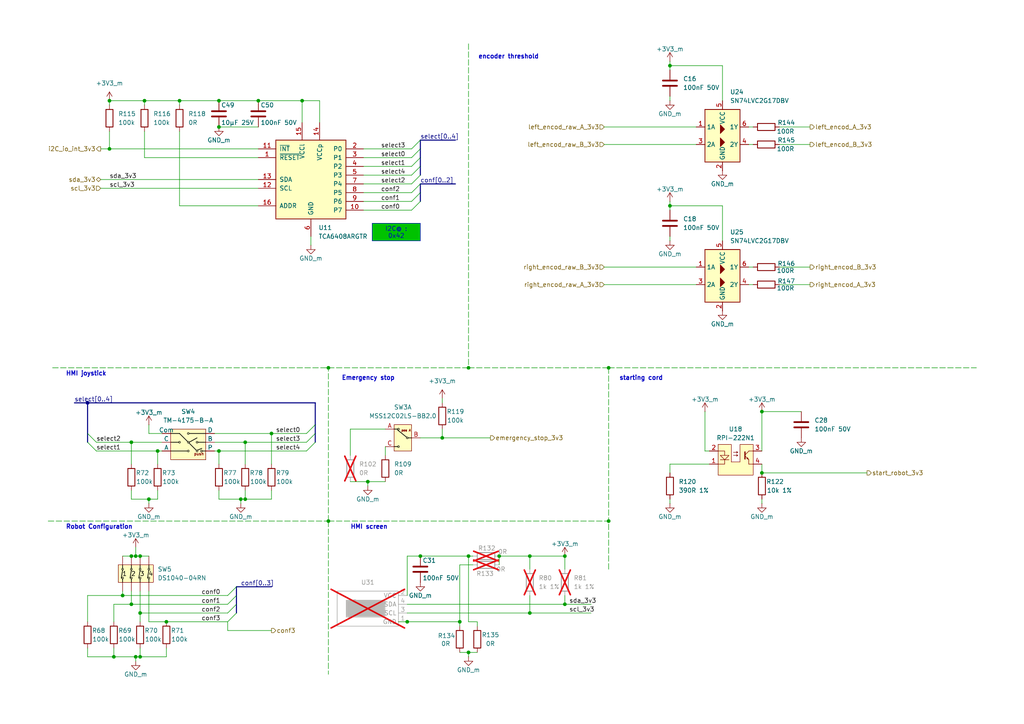
<source format=kicad_sch>
(kicad_sch (version 20231120) (generator "eeschema") (generator_version "8.0")
  (paper "A4")
  (lib_symbols
    (symbol "cocotter_capacitors:C_100nF_50V_0603" (pin_numbers hide) (pin_names (offset 0.254))
      (property "Reference" "C" (at 0.635 2.54 0))
      (property "Value" "100nF 50V" (at 0.635 -2.54 0))
      (symbol "C_100nF_50V_0603_1_1"
        (pin passive line (at 0 3.81 270) (length 2.794) (name "~") (number "1"))
        (pin passive line (at 0 -3.81 90) (length 2.794) (name "~") (number "2"))
      )
    )
    (symbol "cocotter_capacitors:C_10µF_25V_0805_X5R" (pin_numbers hide) (pin_names (offset 0.254))
      (property "Reference" "C" (at 0.635 2.54 0))
      (property "Value" "10µF 25V" (at 0.635 -2.54 0))
      (symbol "C_10µF_25V_0805_X5R_1_1"
        (pin passive line (at 0 3.81 270) (length 2.794) (name "~") (number "1"))
        (pin passive line (at 0 -3.81 90) (length 2.794) (name "~") (number "2"))
      )
    )
    (symbol "cocotter_connectors:DS1040-04RN" (pin_numbers hide) (pin_names (offset 0) hide)
      (property "Reference" "SW" (at 8.89 2.54 0))
      (property "Value" "DS1040-04RN" (at 12.7 -3.81 0))
      (symbol "DS1040-04RN_1_1"
        (text "1" (at -1.9568 -0.018 0) (effects (font (size 1.27 1.27))))
        (text "2" (at 0.5832 -0.018 0) (effects (font (size 1.27 1.27))))
        (text "3" (at 3.1232 -0.018 0) (effects (font (size 1.27 1.27))))
        (text "4" (at 5.6632 -0.018 0) (effects (font (size 1.27 1.27))))
        (pin passive line (at -2.54 -5.08 90) (length 2.54) (name "1") (number "1"))
        (pin passive line (at 0 -5.08 90) (length 2.54) (name "2") (number "2"))
        (pin passive line (at 2.54 -5.08 90) (length 2.54) (name "3") (number "3"))
        (pin passive line (at 5.08 -5.08 90) (length 2.54) (name "4") (number "4"))
        (pin passive line (at 5.08 5.08 270) (length 2.54) (name "5") (number "5"))
        (pin passive line (at 2.54 5.08 270) (length 2.54) (name "6") (number "6"))
        (pin passive line (at 0 5.08 270) (length 2.54) (name "7") (number "7"))
        (pin passive line (at -2.54 5.08 270) (length 2.54) (name "8") (number "8"))
      )
    )
    (symbol "cocotter_connectors:MSS12C02LS-BB2.0" (pin_names hide)
      (property "Reference" "SW" (at 0 4.572 0))
      (property "Value" "MSS12C02LS-BB2.0" (at 2.54 -5.08 0))
      (symbol "MSS12C02LS-BB2.0_0_1"
        (text "pos A" (at 0.9192 2.1909 0) (effects (font (size 0.635 0.635) (italic yes))))
      )
      (symbol "MSS12C02LS-BB2.0_1_1"
        (pin passive line (at -5.08 2.54 0) (length 2.54) (name "") (number "A"))
        (pin passive line (at 5.08 0 180) (length 2.54) (name "") (number "B"))
        (pin passive line (at -5.08 -2.54 0) (length 2.54) (name "") (number "C"))
      )
      (symbol "MSS12C02LS-BB2.0_2_1"
        (pin passive line (at -5.08 2.54 0) (length 2.54) (name "") (number "D"))
        (pin passive line (at 5.08 0 180) (length 2.54) (name "") (number "E"))
        (pin passive line (at -5.08 -2.54 0) (length 2.54) (name "") (number "F"))
      )
    )
    (symbol "cocotter_connectors:TM-4175-B-A" (pin_numbers hide) (pin_names (offset 0))
      (property "Reference" "SW" (at -8.89 9.906 0))
      (property "Value" "TM-4175-B-A" (at -4.572 -1.27 0))
      (symbol "TM-4175-B-A_1_1"
        (text "push" (at -8.1634 1.7128 0) (effects (font (size 0.8 0.8))))
        (pin passive line (at 2.54 2.54 180) (length 2.54) (name "A") (number "1"))
        (pin passive line (at -12.7 2.54 0) (length 2.54) (name "P") (number "2"))
        (pin passive line (at 2.54 5.08 180) (length 2.54) (name "C") (number "3"))
        (pin passive line (at -12.7 5.08 0) (length 2.54) (name "B") (number "4"))
        (pin passive line (at 2.54 7.62 180) (length 2.54) (name "Com") (number "5"))
        (pin passive line (at -12.7 7.62 0) (length 2.54) (name "D") (number "6"))
      )
    )
    (symbol "cocotter_ic:OLED_0.96inch"
      (property "Reference" "U" (at 7.62 6.35 0))
      (symbol "OLED_0.96inch_0_0"
        (text_box "0.96\"\n128x64 pixels" (at -6.35 2.54 0) (size 11.43 -5.08) (stroke (width -0.0001)) (fill (type color) (color 0 0 255 1)) (effects (font (size 0.9 0.9))))
      )
      (symbol "OLED_0.96inch_1_1"
        (pin passive line (at 11.43 -3.81 180) (length 2.54) (name "GND") (number "1"))
        (pin input line (at 11.43 3.81 180) (length 2.54) (name "VCC") (number "2"))
        (pin input line (at 11.43 -1.27 180) (length 2.54) (name "SCL") (number "3"))
        (pin bidirectional line (at 11.43 1.27 180) (length 2.54) (name "SDA") (number "4"))
      )
    )
    (symbol "cocotter_ic:RPI-222N1" (pin_names hide)
      (property "Reference" "U" (at -3.81 4.445 0))
      (property "Value" "RPI-222N1" (at 0.254 -6.858 0))
      (symbol "RPI-222N1_1_1"
        (pin free line (at -7.62 -2.54 0) (length 2.54) (name "C") (number "1"))
        (pin input line (at -7.62 1.27 0) (length 2.54) (name "A") (number "2"))
        (pin power_in line (at 7.62 1.27 180) (length 2.54) (name "C") (number "3"))
        (pin open_emitter line (at 7.62 -2.54 180) (length 2.54) (name "E") (number "4"))
      )
    )
    (symbol "cocotter_ic:SN74LVC2G17DBV"
      (property "Reference" "U" (at 2.032 8.636 0))
      (property "Value" "SN74LVC2G17DBV" (at 1.27 -6.096 0))
      (symbol "SN74LVC2G17DBV_1_1"
        (pin input line (at -7.62 2.54 0) (length 2.54) (name "1A") (number "1"))
        (pin passive line (at 0 -10.16 90) (length 2.54) (name "GND") (number "2"))
        (pin input line (at -7.62 -2.54 0) (length 2.54) (name "2A") (number "3"))
        (pin bidirectional line (at 7.62 -2.54 180) (length 2.54) (name "2Y") (number "4"))
        (pin power_in line (at 0 10.16 270) (length 2.54) (name "VCC") (number "5"))
        (pin bidirectional line (at 7.62 2.54 180) (length 2.54) (name "1Y") (number "6"))
      )
    )
    (symbol "cocotter_ic:TCA6408ARGTR" (pin_names (offset 1.016))
      (property "Reference" "U" (at 5.08 13.97 0))
      (property "Value" "TCA6408ARGTR" (at 11.43 -11.43 0))
      (symbol "TCA6408ARGTR_1_1"
        (pin input line (at -15.24 7.62 0) (length 5.08) (name "~{RESET}") (number "1"))
        (pin bidirectional line (at 15.24 -7.62 180) (length 5.08) (name "P7") (number "10"))
        (pin open_collector line (at -15.24 10.16 0) (length 5.08) (name "~{INT}") (number "11"))
        (pin input line (at -15.24 -1.27 0) (length 5.08) (name "SCL") (number "12"))
        (pin bidirectional line (at -15.24 1.27 0) (length 5.08) (name "SDA") (number "13"))
        (pin power_in line (at 2.54 17.78 270) (length 5.08) (name "VCCp") (number "14"))
        (pin input line (at -2.54 17.78 270) (length 5.08) (name "VCCl") (number "15"))
        (pin input line (at -15.24 -6.35 0) (length 5.08) (name "ADDR") (number "16"))
        (pin bidirectional line (at 15.24 10.16 180) (length 5.08) (name "P0") (number "2"))
        (pin bidirectional line (at 15.24 7.62 180) (length 5.08) (name "P1") (number "3"))
        (pin bidirectional line (at 15.24 5.08 180) (length 5.08) (name "P2") (number "4"))
        (pin bidirectional line (at 15.24 2.54 180) (length 5.08) (name "P3") (number "5"))
        (pin power_in line (at 0 -15.24 90) (length 5.08) (name "GND") (number "6"))
        (pin bidirectional line (at 15.24 0 180) (length 5.08) (name "P4") (number "7"))
        (pin bidirectional line (at 15.24 -2.54 180) (length 5.08) (name "P5") (number "8"))
        (pin bidirectional line (at 15.24 -5.08 180) (length 5.08) (name "P6") (number "9"))
      )
    )
    (symbol "cocotter_resistors:R_0R_0603" (pin_numbers hide) (pin_names (offset 0))
      (property "Reference" "R" (at 1.27 1.27 0))
      (property "Value" "0R" (at 3.81 -1.27 0))
      (symbol "R_0R_0603_1_1"
        (pin passive line (at 0 3.81 270) (length 1.27) (name "~") (number "1"))
        (pin passive line (at 0 -3.81 90) (length 1.27) (name "~") (number "2"))
      )
    )
    (symbol "cocotter_resistors:R_100R_0603_1%" (pin_numbers hide) (pin_names (offset 0))
      (property "Reference" "R" (at 1.27 1.27 0))
      (property "Value" "100R" (at 3.81 -1.27 0))
      (symbol "R_100R_0603_1%_1_1"
        (pin passive line (at 0 3.81 270) (length 1.27) (name "~") (number "1"))
        (pin passive line (at 0 -3.81 90) (length 1.27) (name "~") (number "2"))
      )
    )
    (symbol "cocotter_resistors:R_100k_0603_1%" (pin_numbers hide) (pin_names (offset 0))
      (property "Reference" "R" (at 1.27 1.27 0))
      (property "Value" "100k" (at 3.81 -1.27 0))
      (symbol "R_100k_0603_1%_1_1"
        (pin passive line (at 0 3.81 270) (length 1.27) (name "~") (number "1"))
        (pin passive line (at 0 -3.81 90) (length 1.27) (name "~") (number "2"))
      )
    )
    (symbol "cocotter_resistors:R_10k_0603_1%" (pin_numbers hide) (pin_names (offset 0))
      (property "Reference" "R" (at 1.27 1.27 0))
      (property "Value" "10k 1%" (at 3.81 -1.27 0))
      (symbol "R_10k_0603_1%_1_1"
        (pin passive line (at 0 3.81 270) (length 1.27) (name "~") (number "1"))
        (pin passive line (at 0 -3.81 90) (length 1.27) (name "~") (number "2"))
      )
    )
    (symbol "cocotter_resistors:R_1k_0603_1%" (pin_numbers hide) (pin_names (offset 0))
      (property "Reference" "R" (at 1.27 1.27 0))
      (property "Value" "1k 1%" (at 3.81 -1.27 0))
      (symbol "R_1k_0603_1%_1_1"
        (pin passive line (at 0 3.81 270) (length 1.27) (name "~") (number "1"))
        (pin passive line (at 0 -3.81 90) (length 1.27) (name "~") (number "2"))
      )
    )
    (symbol "cocotter_resistors:R_390R_0603_1%" (pin_numbers hide) (pin_names (offset 0))
      (property "Reference" "R" (at 1.27 1.27 0))
      (property "Value" "390R 1%" (at 5.08 -1.27 0))
      (symbol "R_390R_0603_1%_1_1"
        (pin passive line (at 0 3.81 270) (length 1.27) (name "~") (number "1"))
        (pin passive line (at 0 -3.81 90) (length 1.27) (name "~") (number "2"))
      )
    )
    (symbol "pmi_2023_specific:+3V3_m" (power) (pin_numbers hide) (pin_names (offset 0) hide)
      (property "Value" "+3V3_m" (at 0 3.556 0))
      (symbol "+3V3_m_1_1"
        (pin power_in line (at 0 0 90) (length 0) (name "~") (number "1"))
      )
    )
    (symbol "pmi_2023_specific:GND_m" (power) (pin_numbers hide) (pin_names (offset 0) hide)
      (property "Value" "GND_m" (at 0 -3.81 0))
      (symbol "GND_m_1_1"
        (pin power_in line (at 0 0 270) (length 0) (name "~") (number "1"))
      )
    )
  )
  (junction (at 153.67 161.29))
  (junction (at 43.18 144.78))
  (junction (at 176.53 151.13))
  (junction (at 38.1 175.26))
  (junction (at 71.12 128.27))
  (junction (at 63.5 130.81))
  (junction (at 194.31 19.05))
  (junction (at 63.5 36.83))
  (junction (at 163.83 161.29))
  (junction (at 118.11 180.34))
  (junction (at 78.74 125.73))
  (junction (at 153.67 177.8))
  (junction (at 121.92 161.29))
  (junction (at 71.12 144.78))
  (junction (at 163.83 175.26))
  (junction (at 35.56 172.72))
  (junction (at 38.1 161.29))
  (junction (at 25.4 116.84))
  (junction (at 38.1 128.27))
  (junction (at 63.5 29.21))
  (junction (at 135.89 161.29))
  (junction (at 39.37 161.29))
  (junction (at 95.25 106.68))
  (junction (at 40.64 177.8))
  (junction (at 31.75 29.21))
  (junction (at 220.98 137.16))
  (junction (at 87.63 29.21))
  (junction (at 31.75 43.18))
  (junction (at 69.85 144.78))
  (junction (at 220.98 119.38))
  (junction (at 128.27 127))
  (junction (at 33.02 190.5))
  (junction (at 135.89 189.23))
  (junction (at 133.35 180.34))
  (junction (at 176.53 106.68))
  (junction (at 45.72 130.81))
  (junction (at 52.07 29.21))
  (junction (at 194.31 59.69))
  (junction (at 74.93 29.21))
  (junction (at 48.26 180.34))
  (junction (at 40.64 161.29))
  (junction (at 135.89 106.68))
  (junction (at 106.68 139.7))
  (junction (at 144.78 161.29))
  (junction (at 39.37 190.5))
  (junction (at 95.25 151.13))
  (junction (at 40.64 190.5))
  (junction (at 41.91 29.21))
  (bus_entry (at 68.58 177.8) (size -2.54 2.54))
  (bus_entry (at 88.9 128.27) (size 2.54 -2.54))
  (bus_entry (at 121.92 50.8) (size -2.54 2.54))
  (bus_entry (at 25.4 128.27) (size 2.54 2.54))
  (bus_entry (at 121.92 58.42) (size -2.54 2.54))
  (bus_entry (at 121.92 53.34) (size -2.54 2.54))
  (bus_entry (at 68.58 170.18) (size -2.54 2.54))
  (bus_entry (at 121.92 48.26) (size -2.54 2.54))
  (bus_entry (at 68.58 172.72) (size -2.54 2.54))
  (bus_entry (at 88.9 125.73) (size 2.54 -2.54))
  (bus_entry (at 25.4 125.73) (size 2.54 2.54))
  (bus_entry (at 121.92 43.18) (size -2.54 2.54))
  (bus_entry (at 121.92 40.64) (size -2.54 2.54))
  (bus_entry (at 88.9 130.81) (size 2.54 -2.54))
  (bus_entry (at 121.92 45.72) (size -2.54 2.54))
  (bus_entry (at 68.58 175.26) (size -2.54 2.54))
  (bus_entry (at 121.92 55.88) (size -2.54 2.54))
  (wire (pts (xy 135.89 12.7) (xy 135.89 106.68)) (stroke (width 0) (type dash)))
  (wire (pts (xy 52.07 29.21) (xy 63.5 29.21)))
  (bus (pts (xy 21.59 116.84) (xy 25.4 116.84)))
  (wire (pts (xy 74.93 29.21) (xy 63.5 29.21)))
  (wire (pts (xy 133.35 163.83) (xy 133.35 180.34)))
  (wire (pts (xy 105.41 55.88) (xy 119.38 55.88)))
  (wire (pts (xy 39.37 191.77) (xy 39.37 190.5)))
  (bus (pts (xy 121.92 55.88) (xy 121.92 58.42)))
  (wire (pts (xy 25.4 172.72) (xy 35.56 172.72)))
  (wire (pts (xy 29.21 52.07) (xy 74.93 52.07)))
  (wire (pts (xy 71.12 142.24) (xy 71.12 144.78)))
  (wire (pts (xy 133.35 180.34) (xy 133.35 181.61)))
  (wire (pts (xy 105.41 60.96) (xy 119.38 60.96)))
  (bus (pts (xy 25.4 125.73) (xy 25.4 116.84)))
  (wire (pts (xy 105.41 48.26) (xy 119.38 48.26)))
  (wire (pts (xy 111.76 124.46) (xy 101.6 124.46)))
  (wire (pts (xy 135.89 106.68) (xy 176.53 106.68)) (stroke (width 0) (type dash)))
  (wire (pts (xy 121.92 161.29) (xy 135.89 161.29)))
  (wire (pts (xy 62.23 128.27) (xy 71.12 128.27)))
  (wire (pts (xy 118.11 175.26) (xy 163.83 175.26)))
  (wire (pts (xy 33.02 175.26) (xy 33.02 180.34)))
  (wire (pts (xy 105.41 53.34) (xy 119.38 53.34)))
  (wire (pts (xy 31.75 29.21) (xy 41.91 29.21)))
  (wire (pts (xy 27.94 130.81) (xy 45.72 130.81)))
  (wire (pts (xy 78.74 144.78) (xy 78.74 142.24)))
  (wire (pts (xy 226.06 41.91) (xy 234.95 41.91)))
  (wire (pts (xy 40.64 177.8) (xy 66.04 177.8)))
  (wire (pts (xy 92.71 29.21) (xy 87.63 29.21)))
  (wire (pts (xy 40.64 171.45) (xy 40.64 177.8)))
  (wire (pts (xy 43.18 123.19) (xy 43.18 125.73)))
  (wire (pts (xy 138.43 180.34) (xy 138.43 181.61)))
  (wire (pts (xy 194.31 17.78) (xy 194.31 19.05)))
  (wire (pts (xy 209.55 19.05) (xy 194.31 19.05)))
  (wire (pts (xy 176.53 165.1) (xy 176.53 151.13)) (stroke (width 0) (type dash)))
  (wire (pts (xy 74.93 29.21) (xy 87.63 29.21)))
  (wire (pts (xy 135.89 189.23) (xy 135.89 190.5)))
  (wire (pts (xy 69.85 146.05) (xy 69.85 144.78)))
  (wire (pts (xy 115.57 180.34) (xy 118.11 180.34)))
  (wire (pts (xy 62.23 130.81) (xy 63.5 130.81)))
  (wire (pts (xy 144.78 161.29) (xy 153.67 161.29)))
  (bus (pts (xy 121.92 40.64) (xy 132.08 40.64)))
  (wire (pts (xy 209.55 59.69) (xy 209.55 69.85)))
  (wire (pts (xy 194.31 134.62) (xy 194.31 137.16)))
  (wire (pts (xy 69.85 144.78) (xy 71.12 144.78)))
  (wire (pts (xy 204.47 130.81) (xy 205.74 130.81)))
  (wire (pts (xy 38.1 128.27) (xy 46.99 128.27)))
  (wire (pts (xy 95.25 151.13) (xy 95.25 195.58)) (stroke (width 0) (type dash)))
  (wire (pts (xy 38.1 142.24) (xy 38.1 144.78)))
  (wire (pts (xy 31.75 43.18) (xy 74.93 43.18)))
  (wire (pts (xy 48.26 180.34) (xy 66.04 180.34)))
  (wire (pts (xy 41.91 45.72) (xy 74.93 45.72)))
  (wire (pts (xy 101.6 124.46) (xy 101.6 132.08)))
  (wire (pts (xy 43.18 146.05) (xy 43.18 144.78)))
  (wire (pts (xy 31.75 29.21) (xy 31.75 30.48)))
  (wire (pts (xy 48.26 180.34) (xy 43.18 180.34)))
  (bus (pts (xy 121.92 53.34) (xy 132.08 53.34)))
  (wire (pts (xy 220.98 137.16) (xy 251.46 137.16)))
  (wire (pts (xy 106.68 139.7) (xy 111.76 139.7)))
  (wire (pts (xy 66.04 180.34) (xy 66.04 182.88)))
  (wire (pts (xy 106.68 139.7) (xy 106.68 140.97)))
  (wire (pts (xy 25.4 187.96) (xy 25.4 190.5)))
  (wire (pts (xy 118.11 161.29) (xy 121.92 161.29)))
  (wire (pts (xy 217.17 36.83) (xy 218.44 36.83)))
  (wire (pts (xy 135.89 180.34) (xy 138.43 180.34)))
  (wire (pts (xy 209.55 59.69) (xy 194.31 59.69)))
  (wire (pts (xy 15.24 106.68) (xy 95.25 106.68)) (stroke (width 0) (type dash)))
  (wire (pts (xy 63.5 36.83) (xy 74.93 36.83)))
  (wire (pts (xy 133.35 163.83) (xy 137.16 163.83)))
  (wire (pts (xy 52.07 38.1) (xy 52.07 59.69)))
  (wire (pts (xy 111.76 132.08) (xy 111.76 129.54)))
  (wire (pts (xy 35.56 172.72) (xy 66.04 172.72)))
  (bus (pts (xy 91.44 125.73) (xy 91.44 128.27)))
  (wire (pts (xy 63.5 130.81) (xy 63.5 134.62)))
  (wire (pts (xy 135.89 161.29) (xy 137.16 161.29)))
  (wire (pts (xy 220.98 119.38) (xy 220.98 130.81)))
  (wire (pts (xy 40.64 177.8) (xy 40.64 180.34)))
  (wire (pts (xy 40.64 187.96) (xy 40.64 190.5)))
  (wire (pts (xy 40.64 161.29) (xy 43.18 161.29)))
  (wire (pts (xy 39.37 161.29) (xy 40.64 161.29)))
  (wire (pts (xy 63.5 130.81) (xy 88.9 130.81)))
  (wire (pts (xy 118.11 177.8) (xy 153.67 177.8)))
  (wire (pts (xy 48.26 190.5) (xy 40.64 190.5)))
  (wire (pts (xy 13.97 151.13) (xy 95.25 151.13)) (stroke (width 0) (type dash)))
  (wire (pts (xy 41.91 29.21) (xy 52.07 29.21)))
  (wire (pts (xy 31.75 38.1) (xy 31.75 43.18)))
  (wire (pts (xy 45.72 130.81) (xy 45.72 134.62)))
  (wire (pts (xy 194.31 134.62) (xy 205.74 134.62)))
  (wire (pts (xy 38.1 171.45) (xy 38.1 175.26)))
  (wire (pts (xy 133.35 189.23) (xy 135.89 189.23)))
  (bus (pts (xy 25.4 116.84) (xy 91.44 116.84)))
  (wire (pts (xy 87.63 29.21) (xy 87.63 35.56)))
  (wire (pts (xy 118.11 180.34) (xy 133.35 180.34)))
  (wire (pts (xy 144.78 161.29) (xy 144.78 163.83)))
  (wire (pts (xy 95.25 151.13) (xy 176.53 151.13)) (stroke (width 0) (type dash)))
  (wire (pts (xy 38.1 128.27) (xy 38.1 134.62)))
  (wire (pts (xy 226.06 82.55) (xy 234.95 82.55)))
  (wire (pts (xy 27.94 128.27) (xy 38.1 128.27)))
  (wire (pts (xy 128.27 115.57) (xy 128.27 116.84)))
  (wire (pts (xy 33.02 190.5) (xy 39.37 190.5)))
  (wire (pts (xy 105.41 43.18) (xy 119.38 43.18)))
  (wire (pts (xy 90.17 71.12) (xy 90.17 68.58)))
  (wire (pts (xy 62.23 125.73) (xy 78.74 125.73)))
  (wire (pts (xy 38.1 175.26) (xy 66.04 175.26)))
  (wire (pts (xy 121.92 127) (xy 128.27 127)))
  (bus (pts (xy 25.4 128.27) (xy 25.4 125.73)))
  (wire (pts (xy 78.74 125.73) (xy 78.74 134.62)))
  (wire (pts (xy 217.17 77.47) (xy 218.44 77.47)))
  (wire (pts (xy 163.83 165.1) (xy 163.83 161.29)))
  (wire (pts (xy 38.1 144.78) (xy 43.18 144.78)))
  (wire (pts (xy 217.17 82.55) (xy 218.44 82.55)))
  (wire (pts (xy 153.67 172.72) (xy 153.67 177.8)))
  (wire (pts (xy 220.98 119.38) (xy 232.41 119.38)))
  (wire (pts (xy 78.74 182.88) (xy 66.04 182.88)))
  (wire (pts (xy 52.07 59.69) (xy 74.93 59.69)))
  (wire (pts (xy 33.02 187.96) (xy 33.02 190.5)))
  (wire (pts (xy 204.47 119.38) (xy 204.47 130.81)))
  (wire (pts (xy 45.72 142.24) (xy 45.72 144.78)))
  (wire (pts (xy 175.26 82.55) (xy 201.93 82.55)))
  (wire (pts (xy 33.02 175.26) (xy 38.1 175.26)))
  (wire (pts (xy 118.11 172.72) (xy 118.11 161.29)))
  (wire (pts (xy 25.4 172.72) (xy 25.4 180.34)))
  (wire (pts (xy 194.31 59.69) (xy 194.31 60.96)))
  (wire (pts (xy 43.18 125.73) (xy 46.99 125.73)))
  (wire (pts (xy 209.55 19.05) (xy 209.55 29.21)))
  (wire (pts (xy 71.12 128.27) (xy 71.12 134.62)))
  (bus (pts (xy 121.92 40.64) (xy 121.92 43.18)))
  (wire (pts (xy 105.41 50.8) (xy 119.38 50.8)))
  (bus (pts (xy 121.92 53.34) (xy 121.92 55.88)))
  (wire (pts (xy 105.41 45.72) (xy 119.38 45.72)))
  (bus (pts (xy 68.58 170.18) (xy 78.74 170.18)))
  (wire (pts (xy 46.99 130.81) (xy 45.72 130.81)))
  (wire (pts (xy 226.06 77.47) (xy 234.95 77.47)))
  (wire (pts (xy 38.1 161.29) (xy 39.37 161.29)))
  (wire (pts (xy 194.31 29.21) (xy 194.31 27.94)))
  (wire (pts (xy 163.83 172.72) (xy 163.83 175.26)))
  (wire (pts (xy 194.31 69.85) (xy 194.31 68.58)))
  (wire (pts (xy 176.53 106.68) (xy 283.21 106.68)) (stroke (width 0) (type dash)))
  (bus (pts (xy 91.44 116.84) (xy 91.44 123.19)))
  (wire (pts (xy 35.56 161.29) (xy 38.1 161.29)))
  (wire (pts (xy 220.98 144.78) (xy 220.98 146.05)))
  (wire (pts (xy 194.31 19.05) (xy 194.31 20.32)))
  (wire (pts (xy 153.67 165.1) (xy 153.67 161.29)))
  (bus (pts (xy 68.58 170.18) (xy 68.58 172.72)))
  (wire (pts (xy 29.21 54.61) (xy 74.93 54.61)))
  (wire (pts (xy 175.26 77.47) (xy 201.93 77.47)))
  (wire (pts (xy 63.5 144.78) (xy 69.85 144.78)))
  (wire (pts (xy 135.89 180.34) (xy 135.89 161.29)))
  (wire (pts (xy 48.26 187.96) (xy 48.26 190.5)))
  (wire (pts (xy 41.91 38.1) (xy 41.91 45.72)))
  (wire (pts (xy 40.64 190.5) (xy 39.37 190.5)))
  (wire (pts (xy 43.18 171.45) (xy 43.18 180.34)))
  (wire (pts (xy 43.18 144.78) (xy 45.72 144.78)))
  (wire (pts (xy 71.12 128.27) (xy 88.9 128.27)))
  (wire (pts (xy 78.74 125.73) (xy 88.9 125.73)))
  (wire (pts (xy 163.83 175.26) (xy 171.45 175.26)))
  (wire (pts (xy 71.12 144.78) (xy 78.74 144.78)))
  (wire (pts (xy 153.67 177.8) (xy 171.45 177.8)))
  (wire (pts (xy 128.27 127) (xy 142.24 127)))
  (wire (pts (xy 217.17 41.91) (xy 218.44 41.91)))
  (bus (pts (xy 91.44 123.19) (xy 91.44 125.73)))
  (wire (pts (xy 175.26 36.83) (xy 201.93 36.83)))
  (bus (pts (xy 121.92 48.26) (xy 121.92 50.8)))
  (wire (pts (xy 29.21 43.18) (xy 31.75 43.18)))
  (wire (pts (xy 194.31 144.78) (xy 194.31 146.05)))
  (wire (pts (xy 35.56 171.45) (xy 35.56 172.72)))
  (wire (pts (xy 52.07 30.48) (xy 52.07 29.21)))
  (wire (pts (xy 25.4 190.5) (xy 33.02 190.5)))
  (wire (pts (xy 95.25 151.13) (xy 95.25 106.68)) (stroke (width 0) (type dash)))
  (wire (pts (xy 176.53 106.68) (xy 176.53 151.13)) (stroke (width 0) (type dash)))
  (wire (pts (xy 138.43 189.23) (xy 135.89 189.23)))
  (wire (pts (xy 92.71 35.56) (xy 92.71 29.21)))
  (bus (pts (xy 68.58 172.72) (xy 68.58 175.26)))
  (wire (pts (xy 105.41 58.42) (xy 119.38 58.42)))
  (wire (pts (xy 153.67 161.29) (xy 163.83 161.29)))
  (bus (pts (xy 121.92 45.72) (xy 121.92 48.26)))
  (bus (pts (xy 68.58 175.26) (xy 68.58 177.8)))
  (wire (pts (xy 194.31 58.42) (xy 194.31 59.69)))
  (wire (pts (xy 39.37 158.75) (xy 39.37 161.29)))
  (wire (pts (xy 41.91 29.21) (xy 41.91 30.48)))
  (wire (pts (xy 63.5 142.24) (xy 63.5 144.78)))
  (bus (pts (xy 121.92 43.18) (xy 121.92 45.72)))
  (wire (pts (xy 128.27 127) (xy 128.27 124.46)))
  (wire (pts (xy 95.25 106.68) (xy 135.89 106.68)) (stroke (width 0) (type dash)))
  (wire (pts (xy 220.98 134.62) (xy 220.98 137.16)))
  (wire (pts (xy 101.6 139.7) (xy 106.68 139.7)))
  (wire (pts (xy 175.26 41.91) (xy 201.93 41.91)))
  (wire (pts (xy 226.06 36.83) (xy 234.95 36.83)))
  (text_box "I2C@ : 0x42" (at 107.95 64.77 0) (size 13.97 5.08) (fill (type color) (color 0 194 0 1)) (effects (font (size 1.27 1.27))))
  (text "Emergency stop" (at 99.06 110.49 0) (effects (font (size 1.27 1.27) (thickness 0.254) (bold yes)) (justify left bottom)))
  (text "HMI screen" (at 101.6 153.67 0) (effects (font (size 1.27 1.27) (thickness 0.254) (bold yes)) (justify left bottom)))
  (text "Robot Configuration" (at 19.05 153.67 0) (effects (font (size 1.27 1.27) (thickness 0.254) (bold yes)) (justify left bottom)))
  (text "HMI joystick" (at 19.05 109.22 0) (effects (font (size 1.27 1.27) (thickness 0.254) (bold yes)) (justify left bottom)))
  (text "encoder threshold " (at 138.684 17.272 0) (effects (font (size 1.27 1.27) (thickness 0.254) (bold yes)) (justify left bottom)))
  (text "starting cord" (at 179.578 110.49 0) (effects (font (size 1.27 1.27) (thickness 0.254) (bold yes)) (justify left bottom)))
  (label "select2" (at 110.49 53.34 0))
  (label "conf2" (at 58.42 177.8 0))
  (label "select3" (at 110.49 43.18 0))
  (label "sda_3v3" (at 165.1 175.26 0))
  (label "select[0..4]" (at 121.92 40.64 0))
  (label "scl_3v3" (at 165.1 177.8 0))
  (label "conf0" (at 110.49 60.96 0))
  (label "conf3" (at 58.42 180.34 0))
  (label "conf[0..2]" (at 121.92 53.34 0))
  (label "select4" (at 110.49 50.8 0))
  (label "select4" (at 80.01 130.81 0))
  (label "select1" (at 27.94 130.81 0))
  (label "select1" (at 110.49 48.26 0))
  (label "select[0..4]" (at 21.59 116.84 0))
  (label "conf2" (at 110.49 55.88 0))
  (label "sda_3v3" (at 31.75 52.07 0))
  (label "conf[0..3]" (at 69.85 170.18 0))
  (label "select0" (at 110.49 45.72 0))
  (label "scl_3v3" (at 31.75 54.61 0))
  (label "conf1" (at 58.42 175.26 0))
  (label "select0" (at 80.01 125.73 0))
  (label "select3" (at 80.01 128.27 0))
  (label "conf1" (at 110.49 58.42 0))
  (label "conf0" (at 58.42 172.72 0))
  (label "select2" (at 27.94 128.27 0))
  (hierarchical_label "right_encod_raw_B_3v3" (shape input) (at 175.26 77.47 180))
  (hierarchical_label "sda_3v3" (shape bidirectional) (at 29.21 52.07 180))
  (hierarchical_label "left_encod_B_3v3" (shape output) (at 234.95 41.91 0))
  (hierarchical_label "left_encod_A_3v3" (shape output) (at 234.95 36.83 0))
  (hierarchical_label "left_encod_raw_A_3v3" (shape input) (at 175.26 36.83 180))
  (hierarchical_label "left_encod_raw_B_3v3" (shape input) (at 175.26 41.91 180))
  (hierarchical_label "start_robot_3v3" (shape output) (at 251.46 137.16 0))
  (hierarchical_label "right_encod_A_3v3" (shape output) (at 234.95 82.55 0))
  (hierarchical_label "right_encod_B_3v3" (shape output) (at 234.95 77.47 0))
  (hierarchical_label "i2C_io_int_3v3" (shape output) (at 29.21 43.18 180))
  (hierarchical_label "conf3" (shape output) (at 78.74 182.88 0))
  (hierarchical_label "scl_3v3" (shape input) (at 29.21 54.61 180))
  (hierarchical_label "right_encod_raw_A_3v3" (shape input) (at 175.26 82.55 180))
  (hierarchical_label "emergency_stop_3v3" (shape output) (at 142.24 127 0))
  (symbol (lib_id "pmi_2023_specific:GND_m") (at 106.68 140.97 0) (unit 1)
    (property "Reference" "#PWR051" (effects (hide yes)))
    (property "Value" "GND_m" (at 106.68 144.78 0))
    (property "Description" "Power symbol creates a global label with name \"GND\" , ground" (effects (hide yes)))
  )
  (symbol (lib_id "cocotter_resistors:R_100k_0603_1%") (at 48.26 184.15 0) (unit 1)
    (property "Reference" "R71" (at 49.53 182.88 0) (effects (justify left)))
    (property "Value" "100k" (at 52.07 185.42 0))
    (property "Footprint" "cocotter_resistor:r0603_reflow" (effects (hide yes)))
    (property "Description" "Resistor" (effects (hide yes)))
    (property "Specification" "100k 0603 1% 100mW" (effects (hide yes)))
    (property "mouser" "603-RC0603FR-10100KL" (effects (hide yes)))
    (property "JLCPCB Part #" "C25803" (effects (hide yes)))
  )
  (symbol (lib_id "cocotter_resistors:R_0R_0603") (at 140.97 161.29 90) (unit 1) (dnp yes)
    (property "Reference" "R132" (at 143.764 159.004 90) (effects (justify left)))
    (property "Value" "0R" (at 145.796 160.02 90))
    (property "Footprint" "cocotter_resistor:r0603_reflow" (effects (hide yes)))
    (property "Description" "Resistor" (effects (hide yes)))
    (property "Specification" "0R 0603 20mOhms max 100mW" (effects (hide yes)))
    (property "JLCPCB Part #" "C431718" (effects (hide yes)))
  )
  (symbol (lib_id "pmi_2023_specific:GND_m") (at 39.37 191.77 0) (unit 1)
    (property "Reference" "#PWR057" (effects (hide yes)))
    (property "Value" "GND_m" (at 39.37 195.58 0))
    (property "Description" "Power symbol creates a global label with name \"GND\" , ground" (effects (hide yes)))
  )
  (symbol (lib_id "cocotter_ic:OLED_0.96inch") (at 106.68 176.53 0) (unit 1) (in_bom no) (dnp yes)
    (property "Reference" "U31" (at 106.68 168.91 0))
    (property "Value" "~" (at 102.87 173.99 0))
    (property "Footprint" "cocotter_ic:OLED_0.96inch" (effects (hide yes)))
    (property "Description" "0.96 inches, 128x64 pixels, supply [3.3;5V], I2C, SH1106 (or SSD1306) controller" (effects (hide yes)))
  )
  (symbol (lib_id "cocotter_ic:SN74LVC2G17DBV") (at 209.55 39.37 0) (unit 1)
    (property "Reference" "U24" (at 211.7441 26.67 0) (effects (justify left)))
    (property "Value" "SN74LVC2G17DBV" (at 211.7441 29.21 0) (effects (justify left)))
    (property "Footprint" "cocotter_ic:SOT-23-6" (effects (hide yes)))
    (property "Datasheet" "https://www.ti.com/lit/ds/symlink/sn74lvc2g17.pdf" (effects (hide yes)))
    (property "Description" "Dual Schmitt-Trigger non inverting Buffer" (effects (hide yes)))
  )
  (symbol (lib_id "cocotter_resistors:R_0R_0603") (at 133.35 185.42 180) (unit 1)
    (property "Reference" "R134" (at 132.08 184.404 0) (effects (justify left)))
    (property "Value" "0R" (at 129.286 186.69 0))
    (property "Footprint" "cocotter_resistor:r0603_reflow" (effects (hide yes)))
    (property "Description" "Resistor" (effects (hide yes)))
    (property "Specification" "0R 0603 20mOhms max 100mW" (effects (hide yes)))
    (property "JLCPCB Part #" "C431718" (effects (hide yes)))
  )
  (symbol (lib_id "cocotter_capacitors:C_100nF_50V_0603") (at 121.92 165.1 0) (unit 1)
    (property "Reference" "C31" (at 122.555 162.56 0) (effects (justify left)))
    (property "Value" "100nF 50V" (at 122.555 167.64 0) (effects (justify left)))
    (property "Footprint" "cocotter_capacitors:C_0603_1608Metric" (effects (hide yes)))
    (property "Description" "Unpolarized capacitor tol +/-10%" (effects (hide yes)))
    (property "Specification" "100nF 50V X7R 0603 " (effects (hide yes)))
    (property "JLCPCB Part #" "C14663" (effects (hide yes)))
  )
  (symbol (lib_id "pmi_2023_specific:GND_m") (at 135.89 190.5 0) (unit 1)
    (property "Reference" "#PWR090" (effects (hide yes)))
    (property "Value" "GND_m" (at 135.89 194.31 0))
    (property "Description" "Power symbol creates a global label with name \"GND\" , ground" (effects (hide yes)))
  )
  (symbol (lib_id "pmi_2023_specific:GND_m") (at 220.98 146.05 0) (unit 1)
    (property "Reference" "#PWR063" (effects (hide yes)))
    (property "Value" "GND_m" (at 220.98 149.86 0))
    (property "Description" "Power symbol creates a global label with name \"GND\" , ground" (effects (hide yes)))
  )
  (symbol (lib_id "cocotter_resistors:R_1k_0603_1%") (at 153.67 168.91 0) (unit 1) (dnp yes)
    (property "Reference" "R80" (at 156.21 167.6399 0) (effects (justify left)))
    (property "Value" "1k 1%" (at 156.21 170.1799 0) (effects (justify left)))
    (property "Footprint" "cocotter_resistor:r0603_reflow" (effects (hide yes)))
    (property "Description" "Resistor" (effects (hide yes)))
    (property "Specification" "10k 0603 1% 100mW" (effects (hide yes)))
    (property "mouser" "603-RC0603FR-10100KL" (effects (hide yes)))
    (property "JLCPCB Part #" "C2991540" (effects (hide yes)))
  )
  (symbol (lib_id "cocotter_resistors:R_100k_0603_1%") (at 31.75 34.29 0) (unit 1)
    (property "Reference" "R115" (at 34.29 33.0199 0) (effects (justify left)))
    (property "Value" "100k" (at 34.29 35.5599 0) (effects (justify left)))
    (property "Footprint" "cocotter_resistor:r0603_reflow" (effects (hide yes)))
    (property "Description" "Resistor" (effects (hide yes)))
    (property "Specification" "100k 0603 1% 100mW" (effects (hide yes)))
    (property "mouser" "603-RC0603FR-10100KL" (effects (hide yes)))
    (property "JLCPCB Part #" "C25803" (effects (hide yes)))
  )
  (symbol (lib_id "cocotter_resistors:R_100k_0603_1%") (at 45.72 138.43 0) (unit 1)
    (property "Reference" "R73" (at 46.99 137.16 0) (effects (justify left)))
    (property "Value" "100k" (at 49.53 139.7 0))
    (property "Footprint" "cocotter_resistor:r0603_reflow" (effects (hide yes)))
    (property "Description" "Resistor" (effects (hide yes)))
    (property "Specification" "100k 0603 1% 100mW" (effects (hide yes)))
    (property "mouser" "603-RC0603FR-10100KL" (effects (hide yes)))
    (property "JLCPCB Part #" "C25803" (effects (hide yes)))
  )
  (symbol (lib_id "cocotter_resistors:R_100R_0603_1%") (at 222.25 82.55 90) (unit 1)
    (property "Reference" "R147" (at 230.632 81.534 90) (effects (justify left)))
    (property "Value" "100R" (at 227.838 83.566 90))
    (property "Footprint" "cocotter_resistor:r0603_reflow" (effects (hide yes)))
    (property "Description" "Resistor" (effects (hide yes)))
    (property "Specification" "100R 0603 1% 100mW" (effects (hide yes)))
    (property "JLCPCB Part #" "C22775" (effects (hide yes)))
  )
  (symbol (lib_id "pmi_2023_specific:+3V3_m") (at 163.83 161.29 0) (unit 1)
    (property "Reference" "#PWR033" (effects (hide yes)))
    (property "Value" "+3V3_m" (at 163.83 157.734 0))
    (property "Description" "Power symbol creates a global label with name \"+3V3_m\"" (effects (hide yes)))
  )
  (symbol (lib_id "pmi_2023_specific:+3V3_m") (at 220.98 119.38 0) (unit 1)
    (property "Reference" "#PWR062" (effects (hide yes)))
    (property "Value" "+3V3_m" (at 220.98 115.824 0))
    (property "Description" "Power symbol creates a global label with name \"+3V3_m\"" (effects (hide yes)))
  )
  (symbol (lib_id "pmi_2023_specific:GND_m") (at 209.55 90.17 0) (unit 1)
    (property "Reference" "#PWR0134" (effects (hide yes)))
    (property "Value" "GND_m" (at 209.55 93.98 0))
    (property "Description" "Power symbol creates a global label with name \"GND\" , ground" (effects (hide yes)))
  )
  (symbol (lib_id "cocotter_resistors:R_100R_0603_1%") (at 222.25 36.83 90) (unit 1)
    (property "Reference" "R144" (at 230.632 35.56 90) (effects (justify left)))
    (property "Value" "100R" (at 227.838 38.1 90))
    (property "Footprint" "cocotter_resistor:r0603_reflow" (effects (hide yes)))
    (property "Description" "Resistor" (effects (hide yes)))
    (property "Specification" "100R 0603 1% 100mW" (effects (hide yes)))
    (property "JLCPCB Part #" "C22775" (effects (hide yes)))
  )
  (symbol (lib_id "cocotter_resistors:R_100k_0603_1%") (at 41.91 34.29 0) (unit 1)
    (property "Reference" "R116" (at 44.45 33.0199 0) (effects (justify left)))
    (property "Value" "100k" (at 44.45 35.5599 0) (effects (justify left)))
    (property "Footprint" "cocotter_resistor:r0603_reflow" (effects (hide yes)))
    (property "Description" "Resistor" (effects (hide yes)))
    (property "Specification" "100k 0603 1% 100mW" (effects (hide yes)))
    (property "mouser" "603-RC0603FR-10100KL" (effects (hide yes)))
    (property "JLCPCB Part #" "C25803" (effects (hide yes)))
  )
  (symbol (lib_id "cocotter_resistors:R_100k_0603_1%") (at 71.12 138.43 0) (unit 1)
    (property "Reference" "R78" (at 72.39 137.16 0) (effects (justify left)))
    (property "Value" "100k" (at 74.93 139.7 0))
    (property "Footprint" "cocotter_resistor:r0603_reflow" (effects (hide yes)))
    (property "Description" "Resistor" (effects (hide yes)))
    (property "Specification" "100k 0603 1% 100mW" (effects (hide yes)))
    (property "mouser" "603-RC0603FR-10100KL" (effects (hide yes)))
    (property "JLCPCB Part #" "C25803" (effects (hide yes)))
  )
  (symbol (lib_id "pmi_2023_specific:GND_m") (at 69.85 146.05 0) (unit 1)
    (property "Reference" "#PWR092" (effects (hide yes)))
    (property "Value" "GND_m" (at 69.85 149.86 0))
    (property "Description" "Power symbol creates a global label with name \"GND\" , ground" (effects (hide yes)))
  )
  (symbol (lib_id "cocotter_resistors:R_0R_0603") (at 111.76 135.89 0) (unit 1)
    (property "Reference" "R109" (at 114.3 134.6199 0) (effects (justify left)))
    (property "Value" "0R" (at 114.3 137.1599 0) (effects (justify left)))
    (property "Footprint" "cocotter_resistor:r0603_reflow" (effects (hide yes)))
    (property "Description" "Resistor" (effects (hide yes)))
    (property "Specification" "0R 0603 20mOhms max 100mW" (effects (hide yes)))
    (property "JLCPCB Part #" "C431718" (effects (hide yes)))
  )
  (symbol (lib_id "cocotter_resistors:R_100k_0603_1%") (at 40.64 184.15 0) (unit 1)
    (property "Reference" "R70" (at 41.91 182.88 0) (effects (justify left)))
    (property "Value" "100k" (at 44.45 185.42 0))
    (property "Footprint" "cocotter_resistor:r0603_reflow" (effects (hide yes)))
    (property "Description" "Resistor" (effects (hide yes)))
    (property "Specification" "100k 0603 1% 100mW" (effects (hide yes)))
    (property "mouser" "603-RC0603FR-10100KL" (effects (hide yes)))
    (property "JLCPCB Part #" "C25803" (effects (hide yes)))
  )
  (symbol (lib_id "pmi_2023_specific:+3V3_m") (at 194.31 58.42 0) (unit 1)
    (property "Reference" "#PWR0124" (effects (hide yes)))
    (property "Value" "+3V3_m" (at 194.31 54.864 0))
    (property "Description" "Power symbol creates a global label with name \"+3V3_m\"" (effects (hide yes)))
  )
  (symbol (lib_id "cocotter_connectors:TM-4175-B-A") (at 49.53 133.35 0) (mirror y) (unit 1)
    (property "Reference" "SW4" (at 54.61 119.38 0))
    (property "Value" "TM-4175-B-A" (at 54.61 121.92 0))
    (property "Footprint" "cocotter_connectors:TM-4175-B-A" (effects (hide yes)))
    (property "Description" "5 dimensions switch with  center push, SMD" (effects (hide yes)))
    (property "DIGIKEY_REF" "450-2425755-1TR-ND" (effects (hide yes)))
    (property "JLCPCB Part #" "C465995" (effects (hide yes)))
  )
  (symbol (lib_id "cocotter_capacitors:C_10µF_25V_0805_X5R") (at 63.5 33.02 0) (unit 1)
    (property "Reference" "C49" (at 64.135 30.48 0) (effects (justify left)))
    (property "Value" "10µF 25V" (at 64.135 35.56 0) (effects (justify left)))
    (property "Footprint" "cocotter_capacitors:C_0805_2012Metric" (effects (hide yes)))
    (property "Description" "Unpolarized capacitor" (effects (hide yes)))
    (property "Specification" "10µF 25V X7R 0805 " (effects (hide yes)))
    (property "JLCPCB Part #" "C15850" (effects (hide yes)))
  )
  (symbol (lib_id "cocotter_connectors:DS1040-04RN") (at 38.1 166.37 0) (unit 1)
    (property "Reference" "SW5" (at 45.72 165.0999 0) (effects (justify left)))
    (property "Value" "DS1040-04RN" (at 45.72 167.6399 0) (effects (justify left)))
    (property "Footprint" "cocotter_connectors:DS1040-04RN" (effects (hide yes)))
    (property "Description" "4 poles THT DIP switch" (effects (hide yes)))
    (property "JLCPCB Part #" "C3024970" (effects (hide yes)))
  )
  (symbol (lib_id "pmi_2023_specific:GND_m") (at 43.18 146.05 0) (unit 1)
    (property "Reference" "#PWR017" (effects (hide yes)))
    (property "Value" "GND_m" (at 43.18 149.86 0))
    (property "Description" "Power symbol creates a global label with name \"GND\" , ground" (effects (hide yes)))
  )
  (symbol (lib_id "pmi_2023_specific:GND_m") (at 194.31 146.05 0) (unit 1)
    (property "Reference" "#PWR059" (effects (hide yes)))
    (property "Value" "GND_m" (at 194.31 149.86 0))
    (property "Description" "Power symbol creates a global label with name \"GND\" , ground" (effects (hide yes)))
  )
  (symbol (lib_id "cocotter_resistors:R_100R_0603_1%") (at 222.25 77.47 90) (unit 1)
    (property "Reference" "R146" (at 230.632 76.454 90) (effects (justify left)))
    (property "Value" "100R" (at 227.838 78.486 90))
    (property "Footprint" "cocotter_resistor:r0603_reflow" (effects (hide yes)))
    (property "Description" "Resistor" (effects (hide yes)))
    (property "Specification" "100R 0603 1% 100mW" (effects (hide yes)))
    (property "JLCPCB Part #" "C22775" (effects (hide yes)))
  )
  (symbol (lib_id "cocotter_connectors:MSS12C02LS-BB2.0") (at 116.84 127 0) (unit 1)
    (property "Reference" "SW3" (at 116.84 118.11 0))
    (property "Value" "MSS12C02LS-BB2.0" (at 116.84 120.65 0))
    (property "Footprint" "cocotter_connectors:MSS12C02LS-BB2.0" (effects (hide yes)))
    (property "Datasheet" "https://www.mouser.fr/datasheet/2/910/606_MSS614-1571571.pdf" (effects (hide yes)))
    (property "Description" "100mA max, 12Vdc, 10000 cycles" (effects (hide yes)))
    (property "JLCPCB Part #" "C3008585" (effects (hide yes)))
  )
  (symbol (lib_id "cocotter_ic:SN74LVC2G17DBV") (at 209.55 80.01 0) (unit 1)
    (property "Reference" "U25" (at 211.7441 67.31 0) (effects (justify left)))
    (property "Value" "SN74LVC2G17DBV" (at 211.7441 69.85 0) (effects (justify left)))
    (property "Footprint" "cocotter_ic:SOT-23-6" (effects (hide yes)))
    (property "Datasheet" "https://www.ti.com/lit/ds/symlink/sn74lvc2g17.pdf" (effects (hide yes)))
    (property "Description" "Dual Schmitt-Trigger non inverting Buffer" (effects (hide yes)))
  )
  (symbol (lib_id "pmi_2023_specific:+3V3_m") (at 39.37 158.75 0) (unit 1)
    (property "Reference" "#PWR098" (effects (hide yes)))
    (property "Value" "+3V3_m" (at 39.37 155.194 0))
    (property "Description" "Power symbol creates a global label with name \"+3V3_m\"" (effects (hide yes)))
  )
  (symbol (lib_id "cocotter_capacitors:C_100nF_50V_0603") (at 232.41 123.19 0) (unit 1)
    (property "Reference" "C28" (at 236.22 121.9199 0) (effects (justify left)))
    (property "Value" "100nF 50V" (at 236.22 124.4599 0) (effects (justify left)))
    (property "Footprint" "cocotter_capacitors:C_0603_1608Metric" (effects (hide yes)))
    (property "Description" "Unpolarized capacitor tol +/-10%" (effects (hide yes)))
    (property "Specification" "100nF 50V X7R 0603 " (effects (hide yes)))
    (property "JLCPCB Part #" "C14663" (effects (hide yes)))
  )
  (symbol (lib_id "cocotter_resistors:R_100R_0603_1%") (at 222.25 41.91 90) (unit 1)
    (property "Reference" "R145" (at 230.632 40.64 90) (effects (justify left)))
    (property "Value" "100R" (at 227.838 43.18 90))
    (property "Footprint" "cocotter_resistor:r0603_reflow" (effects (hide yes)))
    (property "Description" "Resistor" (effects (hide yes)))
    (property "Specification" "100R 0603 1% 100mW" (effects (hide yes)))
    (property "JLCPCB Part #" "C22775" (effects (hide yes)))
  )
  (symbol (lib_id "cocotter_resistors:R_390R_0603_1%") (at 194.31 140.97 0) (unit 1)
    (property "Reference" "R120" (at 196.85 139.6999 0) (effects (justify left)))
    (property "Value" "390R 1%" (at 196.85 142.2399 0) (effects (justify left)))
    (property "Footprint" "cocotter_resistor:r0603_reflow" (effects (hide yes)))
    (property "Description" "Resistor" (effects (hide yes)))
    (property "Specification" "390R 0603 1% 100mW" (effects (hide yes)))
    (property "mouser" "603-RC0603FR-10100KL" (effects (hide yes)))
    (property "JLCPCB Part #" "C23151" (effects (hide yes)))
  )
  (symbol (lib_id "cocotter_capacitors:C_100nF_50V_0603") (at 194.31 64.77 0) (unit 1)
    (property "Reference" "C18" (at 198.12 63.4999 0) (effects (justify left)))
    (property "Value" "100nF 50V" (at 198.12 66.0399 0) (effects (justify left)))
    (property "Footprint" "cocotter_capacitors:C_0603_1608Metric" (effects (hide yes)))
    (property "Description" "Unpolarized capacitor tol +/-10%" (effects (hide yes)))
    (property "Specification" "100nF 50V X7R 0603 " (effects (hide yes)))
    (property "JLCPCB Part #" "C14663" (effects (hide yes)))
  )
  (symbol (lib_id "pmi_2023_specific:GND_m") (at 209.55 49.53 0) (unit 1)
    (property "Reference" "#PWR096" (effects (hide yes)))
    (property "Value" "GND_m" (at 209.55 53.34 0))
    (property "Description" "Power symbol creates a global label with name \"GND\" , ground" (effects (hide yes)))
  )
  (symbol (lib_id "cocotter_resistors:R_0R_0603") (at 140.97 163.83 90) (unit 1) (dnp yes)
    (property "Reference" "R133" (at 143.256 166.37 90) (effects (justify left)))
    (property "Value" "0R" (at 145.288 165.1 90))
    (property "Footprint" "cocotter_resistor:r0603_reflow" (effects (hide yes)))
    (property "Description" "Resistor" (effects (hide yes)))
    (property "Specification" "0R 0603 20mOhms max 100mW" (effects (hide yes)))
    (property "JLCPCB Part #" "C431718" (effects (hide yes)))
  )
  (symbol (lib_id "cocotter_capacitors:C_100nF_50V_0603") (at 74.93 33.02 0) (unit 1)
    (property "Reference" "C50" (at 75.565 30.48 0) (effects (justify left)))
    (property "Value" "100nF 50V" (at 75.565 35.56 0) (effects (justify left)))
    (property "Footprint" "cocotter_capacitors:C_0603_1608Metric" (effects (hide yes)))
    (property "Description" "Unpolarized capacitor tol +/-10%" (effects (hide yes)))
    (property "Specification" "100nF 50V X7R 0603 " (effects (hide yes)))
    (property "JLCPCB Part #" "C14663" (effects (hide yes)))
  )
  (symbol (lib_id "cocotter_resistors:R_100k_0603_1%") (at 25.4 184.15 0) (unit 1)
    (property "Reference" "R68" (at 26.67 182.88 0) (effects (justify left)))
    (property "Value" "100k" (at 29.21 185.42 0))
    (property "Footprint" "cocotter_resistor:r0603_reflow" (effects (hide yes)))
    (property "Description" "Resistor" (effects (hide yes)))
    (property "Specification" "100k 0603 1% 100mW" (effects (hide yes)))
    (property "mouser" "603-RC0603FR-10100KL" (effects (hide yes)))
    (property "JLCPCB Part #" "C25803" (effects (hide yes)))
  )
  (symbol (lib_id "pmi_2023_specific:GND_m") (at 121.92 168.91 0) (unit 1)
    (property "Reference" "#PWR093" (effects (hide yes)))
    (property "Value" "GND_m" (at 121.92 172.72 0))
    (property "Description" "Power symbol creates a global label with name \"GND\" , ground" (effects (hide yes)))
  )
  (symbol (lib_id "cocotter_capacitors:C_100nF_50V_0603") (at 194.31 24.13 0) (unit 1)
    (property "Reference" "C16" (at 198.12 22.8599 0) (effects (justify left)))
    (property "Value" "100nF 50V" (at 198.12 25.3999 0) (effects (justify left)))
    (property "Footprint" "cocotter_capacitors:C_0603_1608Metric" (effects (hide yes)))
    (property "Description" "Unpolarized capacitor tol +/-10%" (effects (hide yes)))
    (property "Specification" "100nF 50V X7R 0603 " (effects (hide yes)))
    (property "JLCPCB Part #" "C14663" (effects (hide yes)))
  )
  (symbol (lib_id "cocotter_resistors:R_0R_0603") (at 138.43 185.42 0) (unit 1)
    (property "Reference" "R135" (at 139.7 184.15 0) (effects (justify left)))
    (property "Value" "0R" (at 142.24 186.69 0))
    (property "Footprint" "cocotter_resistor:r0603_reflow" (effects (hide yes)))
    (property "Description" "Resistor" (effects (hide yes)))
    (property "Specification" "0R 0603 20mOhms max 100mW" (effects (hide yes)))
    (property "JLCPCB Part #" "C431718" (effects (hide yes)))
  )
  (symbol (lib_id "cocotter_resistors:R_10k_0603_1%") (at 220.98 140.97 0) (unit 1)
    (property "Reference" "R122" (at 222.25 139.7 0) (effects (justify left)))
    (property "Value" "10k 1%" (at 226.06 142.24 0))
    (property "Footprint" "cocotter_resistor:r0603_reflow" (effects (hide yes)))
    (property "Description" "Resistor" (effects (hide yes)))
    (property "Specification" "10k 0603 1% 100mW" (effects (hide yes)))
    (property "mouser" "603-RC0603FR-10100KL" (effects (hide yes)))
    (property "JLCPCB Part #" "C25804" (effects (hide yes)))
  )
  (symbol (lib_id "pmi_2023_specific:GND_m") (at 232.41 127 0) (unit 1)
    (property "Reference" "#PWR064" (effects (hide yes)))
    (property "Value" "GND_m" (at 232.41 130.81 0))
    (property "Description" "Power symbol creates a global label with name \"GND\" , ground" (effects (hide yes)))
  )
  (symbol (lib_id "pmi_2023_specific:+3V3_m") (at 31.75 29.21 0) (unit 1)
    (property "Reference" "#PWR022" (effects (hide yes)))
    (property "Value" "+3V3_m" (at 31.75 24.13 0))
    (property "Description" "Power symbol creates a global label with name \"+3V3_m\"" (effects (hide yes)))
  )
  (symbol (lib_id "cocotter_resistors:R_100k_0603_1%") (at 38.1 138.43 0) (unit 1)
    (property "Reference" "R72" (at 39.37 137.16 0) (effects (justify left)))
    (property "Value" "100k" (at 41.91 139.7 0))
    (property "Footprint" "cocotter_resistor:r0603_reflow" (effects (hide yes)))
    (property "Description" "Resistor" (effects (hide yes)))
    (property "Specification" "100k 0603 1% 100mW" (effects (hide yes)))
    (property "mouser" "603-RC0603FR-10100KL" (effects (hide yes)))
    (property "JLCPCB Part #" "C25803" (effects (hide yes)))
  )
  (symbol (lib_id "cocotter_ic:RPI-222N1") (at 213.36 132.08 0) (unit 1)
    (property "Reference" "U18" (at 213.36 124.46 0))
    (property "Value" "RPI-222N1" (at 213.36 127 0))
    (property "Footprint" "cocotter_ic:RPI-222" (effects (hide yes)))
    (property "JLCPCB Part #" "C403662" (effects (hide yes)))
  )
  (symbol (lib_id "cocotter_resistors:R_100k_0603_1%") (at 33.02 184.15 0) (unit 1)
    (property "Reference" "R69" (at 34.29 182.88 0) (effects (justify left)))
    (property "Value" "100k" (at 36.83 185.42 0))
    (property "Footprint" "cocotter_resistor:r0603_reflow" (effects (hide yes)))
    (property "Description" "Resistor" (effects (hide yes)))
    (property "Specification" "100k 0603 1% 100mW" (effects (hide yes)))
    (property "mouser" "603-RC0603FR-10100KL" (effects (hide yes)))
    (property "JLCPCB Part #" "C25803" (effects (hide yes)))
  )
  (symbol (lib_id "pmi_2023_specific:GND_m") (at 90.17 71.12 0) (unit 1)
    (property "Reference" "#PWR025" (effects (hide yes)))
    (property "Value" "GND_m" (at 90.17 74.93 0))
    (property "Description" "Power symbol creates a global label with name \"GND\" , ground" (effects (hide yes)))
  )
  (symbol (lib_id "pmi_2023_specific:+3V3_m") (at 204.47 119.38 0) (unit 1)
    (property "Reference" "#PWR060" (effects (hide yes)))
    (property "Value" "+3V3_m" (at 204.47 115.824 0))
    (property "Description" "Power symbol creates a global label with name \"+3V3_m\"" (effects (hide yes)))
  )
  (symbol (lib_id "cocotter_resistors:R_100k_0603_1%") (at 63.5 138.43 0) (unit 1)
    (property "Reference" "R77" (at 64.77 137.16 0) (effects (justify left)))
    (property "Value" "100k" (at 67.31 139.7 0))
    (property "Footprint" "cocotter_resistor:r0603_reflow" (effects (hide yes)))
    (property "Description" "Resistor" (effects (hide yes)))
    (property "Specification" "100k 0603 1% 100mW" (effects (hide yes)))
    (property "mouser" "603-RC0603FR-10100KL" (effects (hide yes)))
    (property "JLCPCB Part #" "C25803" (effects (hide yes)))
  )
  (symbol (lib_id "pmi_2023_specific:+3V3_m") (at 194.31 17.78 0) (unit 1)
    (property "Reference" "#PWR083" (effects (hide yes)))
    (property "Value" "+3V3_m" (at 194.31 14.224 0))
    (property "Description" "Power symbol creates a global label with name \"+3V3_m\"" (effects (hide yes)))
  )
  (symbol (lib_id "pmi_2023_specific:GND_m") (at 194.31 29.21 0) (unit 1)
    (property "Reference" "#PWR089" (effects (hide yes)))
    (property "Value" "GND_m" (at 194.31 33.02 0))
    (property "Description" "Power symbol creates a global label with name \"GND\" , ground" (effects (hide yes)))
  )
  (symbol (lib_id "pmi_2023_specific:GND_m") (at 63.5 36.83 0) (unit 1)
    (property "Reference" "#PWR023" (effects (hide yes)))
    (property "Value" "GND_m" (at 63.5 40.64 0))
    (property "Description" "Power symbol creates a global label with name \"GND\" , ground" (effects (hide yes)))
  )
  (symbol (lib_id "pmi_2023_specific:+3V3_m") (at 128.27 115.57 0) (unit 1)
    (property "Reference" "#PWR058" (effects (hide yes)))
    (property "Value" "+3V3_m" (at 128.27 110.49 0))
    (property "Description" "Power symbol creates a global label with name \"+3V3_m\"" (effects (hide yes)))
  )
  (symbol (lib_id "pmi_2023_specific:GND_m") (at 194.31 69.85 0) (unit 1)
    (property "Reference" "#PWR0130" (effects (hide yes)))
    (property "Value" "GND_m" (at 194.31 73.66 0))
    (property "Description" "Power symbol creates a global label with name \"GND\" , ground" (effects (hide yes)))
  )
  (symbol (lib_id "cocotter_resistors:R_100k_0603_1%") (at 128.27 120.65 0) (unit 1)
    (property "Reference" "R119" (at 129.54 119.38 0) (effects (justify left)))
    (property "Value" "100k" (at 132.08 121.92 0))
    (property "Footprint" "cocotter_resistor:r0603_reflow" (effects (hide yes)))
    (property "Description" "Resistor" (effects (hide yes)))
    (property "Specification" "100k 0603 1% 100mW" (effects (hide yes)))
    (property "mouser" "603-RC0603FR-10100KL" (effects (hide yes)))
    (property "JLCPCB Part #" "C25803" (effects (hide yes)))
  )
  (symbol (lib_id "cocotter_resistors:R_100k_0603_1%") (at 78.74 138.43 0) (unit 1)
    (property "Reference" "R79" (at 80.01 137.16 0) (effects (justify left)))
    (property "Value" "100k" (at 82.55 139.7 0))
    (property "Footprint" "cocotter_resistor:r0603_reflow" (effects (hide yes)))
    (property "Description" "Resistor" (effects (hide yes)))
    (property "Specification" "100k 0603 1% 100mW" (effects (hide yes)))
    (property "mouser" "603-RC0603FR-10100KL" (effects (hide yes)))
    (property "JLCPCB Part #" "C25803" (effects (hide yes)))
  )
  (symbol (lib_id "cocotter_resistors:R_1k_0603_1%") (at 163.83 168.91 0) (unit 1) (dnp yes)
    (property "Reference" "R81" (at 166.37 167.6399 0) (effects (justify left)))
    (property "Value" "1k 1%" (at 166.37 170.1799 0) (effects (justify left)))
    (property "Footprint" "cocotter_resistor:r0603_reflow" (effects (hide yes)))
    (property "Description" "Resistor" (effects (hide yes)))
    (property "Specification" "10k 0603 1% 100mW" (effects (hide yes)))
    (property "mouser" "603-RC0603FR-10100KL" (effects (hide yes)))
    (property "JLCPCB Part #" "C2991540" (effects (hide yes)))
  )
  (symbol (lib_id "pmi_2023_specific:+3V3_m") (at 43.18 123.19 0) (unit 1)
    (property "Reference" "#PWR032" (effects (hide yes)))
    (property "Value" "+3V3_m" (at 43.18 119.634 0))
    (property "Description" "Power symbol creates a global label with name \"+3V3_m\"" (effects (hide yes)))
  )
  (symbol (lib_id "cocotter_resistors:R_0R_0603") (at 101.6 135.89 0) (unit 1) (dnp yes)
    (property "Reference" "R102" (at 104.14 134.6199 0) (effects (justify left)))
    (property "Value" "0R" (at 104.14 137.1599 0) (effects (justify left)))
    (property "Footprint" "cocotter_resistor:r0603_reflow" (effects (hide yes)))
    (property "Description" "Resistor" (effects (hide yes)))
    (property "Specification" "0R 0603 20mOhms max 100mW" (effects (hide yes)))
    (property "JLCPCB Part #" "C431718" (effects (hide yes)))
  )
  (symbol (lib_id "cocotter_resistors:R_0R_0603") (at 52.07 34.29 0) (unit 1)
    (property "Reference" "R118" (at 54.61 33.0199 0) (effects (justify left)))
    (property "Value" "0R" (at 54.61 35.5599 0) (effects (justify left)))
    (property "Footprint" "cocotter_resistor:r0603_reflow" (effects (hide yes)))
    (property "Description" "Resistor" (effects (hide yes)))
    (property "Specification" "0R 0603 20mOhms max 100mW" (effects (hide yes)))
    (property "JLCPCB Part #" "C431718" (effects (hide yes)))
  )
  (symbol (lib_id "cocotter_ic:TCA6408ARGTR") (at 90.17 53.34 0) (unit 1)
    (property "Reference" "U11" (at 92.3641 66.04 0) (effects (justify left)))
    (property "Value" "TCA6408ARGTR" (at 92.3641 68.58 0) (effects (justify left)))
    (property "Footprint" "cocotter_ic:VQFN-16-1EP_3x3mm_P0.5mm_EP1.1x1.1mm" (effects (hide yes)))
    (property "Datasheet" "https://www.ti.com/lit/ds/symlink/tca6408a.pdf" (effects (hide yes)))
    (property "Description" "8-BIT I2C/SMBUS GPIO EXPANDER" (effects (hide yes)))
    (property "mouser" "595-TCA6408ARGTR " (effects (hide yes)))
    (property "JLCPCB part#" "C181499" (effects (hide yes)))
  )
)
</source>
